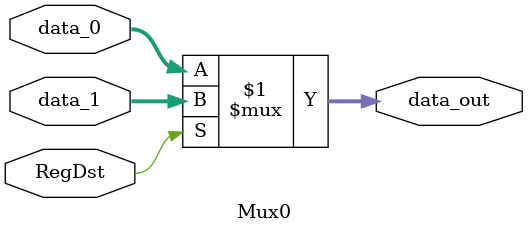
<source format=v>
module Mux0(data_out, data_0, data_1, RegDst);

input 	[4:0] data_0;
input 	[4:0] data_1;
input	RegDst;

output	[4:0] data_out;

assign  	data_out = (RegDst)?	data_1 : data_0;

endmodule
</source>
